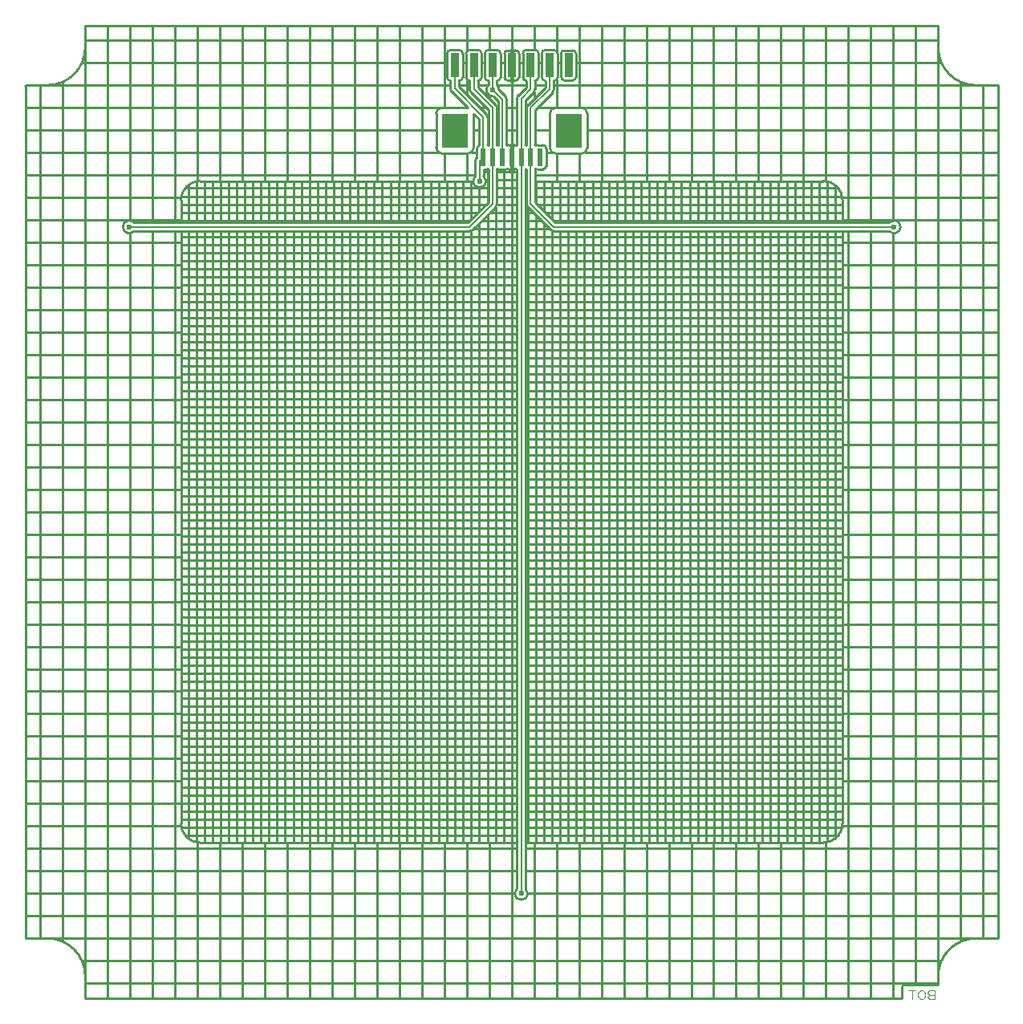
<source format=gbr>
G04 GENERATED BY PULSONIX 7.0 GERBER.DLL 4573*
%INHILLSTAR_80X80_EL_V1_0*%
%LNGERBER_BOTTOM*%
%FSLAX33Y33*%
%IPPOS*%
%LPD*%
%OFA0B0*%
%MOMM*%
%ADD15C,0.125*%
%ADD145C,0.400*%
%ADD146C,0.250*%
%ADD180C,0.600*%
%ADD345C,0.150*%
%ADD403R,0.600X1.900*%
%ADD410R,2.700X3.600*%
%ADD5672R,0.900X2.500*%
X0Y0D02*
D02*
D15*
X175001Y76899D02*
X174854Y76825D01*
X174780Y76678*
X174854Y76531*
X175001Y76458*
X175516*
Y77340*
X175001*
X174854Y77266*
X174780Y77119*
X174854Y76972*
X175001Y76899*
X175516*
X174503Y76752D02*
X174503Y77046D01*
X174430Y77193*
X174356Y77266*
X174209Y77340*
X174062*
X173915Y77266*
X173841Y77193*
X173768Y77046*
Y76752*
X173841Y76605*
X173915Y76531*
X174062Y76458*
X174209*
X174356Y76531*
X174430Y76605*
X174503Y76752*
X173123Y76458D02*
X173123Y77340D01*
X173491D02*
X172755Y77340D01*
D02*
D145*
X130878Y164527D02*
Y163927D01*
Y166027D02*
Y166627D01*
Y173912D02*
Y173312D01*
Y176012D02*
Y176612D01*
D02*
D146*
X79578Y172762D02*
Y82862D01*
X81878*
G75*
G02X85878Y78862J-4000*
G01*
Y76562*
X172078*
Y77762*
G75*
G02X172278Y77962I200*
G01*
X175878*
Y78862*
G75*
G02X179878Y82862I4000*
G01*
X182178*
Y172862*
X179878*
G75*
G02X175878Y176862J4000*
G01*
Y179162*
X85878*
Y176862*
G75*
G02X81878Y172862I-4000*
G01*
X79678*
G75*
G03X79578Y172762J-100*
G01*
X91031Y157477D02*
G75*
G02X89853Y157927I-503J450D01*
G01*
G75*
G02X91031Y158377I675*
G01*
X95978*
Y160762*
G75*
G02X97978Y162762I2000*
G01*
X126803*
G75*
G02X127028Y163265I675*
G01*
Y164877*
G75*
G02X127160Y165195I450*
G01*
X127203Y165238*
Y166227*
G75*
G02X127428Y166571I375*
G01*
Y169291*
X126853Y169866*
Y166277*
G75*
G02X126228Y165652I-625*
G01*
X123528*
G75*
G02X122903Y166277J625*
G01*
Y169877*
G75*
G02X123528Y170502I625*
G01*
X126217*
X124532Y172187*
G75*
G02X124400Y172505I318J318*
G01*
Y173338*
G75*
G02X124053Y173712I28J374*
G01*
Y176212*
G75*
G02X124428Y176587I375*
G01*
X125328*
G75*
G02X125703Y176212J-375*
G01*
Y173712*
G75*
G02X125328Y173337I-375*
G01*
X125300*
Y172691*
X128196Y169795*
G75*
G02X128328Y169477I-318J-318*
G01*
Y166571*
G75*
G02X128378Y166544I-153J-344*
G01*
G75*
G02X128428Y166571I203J-317*
G01*
Y170291*
X126560Y172159*
G75*
G02X126428Y172477I318J318*
G01*
Y173337*
G75*
G02X126053Y173712J375*
G01*
Y176212*
G75*
G02X126428Y176587I375*
G01*
X127328*
G75*
G02X127703Y176212J-375*
G01*
Y173712*
G75*
G02X127328Y173337I-375*
G01*
Y172663*
X129196Y170795*
G75*
G02X129328Y170477I-318J-318*
G01*
Y166571*
G75*
G02X129378Y166544I-153J-344*
G01*
G75*
G02X129428Y166571I203J-317*
G01*
Y171191*
X128916Y171703*
G75*
G02X128428Y172880I-38J674*
G01*
Y173337*
G75*
G02X128053Y173712J375*
G01*
Y176212*
G75*
G02X128428Y176587I375*
G01*
X129328*
G75*
G02X129703Y176212J-375*
G01*
Y173712*
G75*
G02X129328Y173337I-375*
G01*
Y172880*
G75*
G02X129552Y172339I-450J-503*
G01*
X130196Y171695*
G75*
G02X130328Y171377I-318J-318*
G01*
Y166571*
G75*
G02X130422Y166512I-151J-345*
G01*
G75*
G02X130578Y166552I156J-285*
G01*
X131178*
G75*
G02X131334Y166512J-325*
G01*
G75*
G02X131420Y166567I243J-286*
G01*
Y171477*
G75*
G02X131554Y171801I458*
G01*
X132420Y172667*
Y173337*
G75*
G02X132053Y173712I8J375*
G01*
Y176212*
G75*
G02X132428Y176587I375*
G01*
X133328*
G75*
G02X133703Y176212J-375*
G01*
Y173712*
G75*
G02X133336Y173337I-375*
G01*
Y172477*
G75*
G02X133202Y172153I-458*
G01*
X132336Y171287*
Y166567*
G75*
G02X132378Y166544I-159J-340*
G01*
G75*
G02X132420Y166567I201J-317*
G01*
Y170477*
G75*
G02X132554Y170801I458*
G01*
X134420Y172667*
Y173337*
G75*
G02X134053Y173712I8J375*
G01*
Y176212*
G75*
G02X134428Y176587I375*
G01*
X135328*
G75*
G02X135703Y176212J-375*
G01*
Y173712*
G75*
G02X135336Y173337I-375*
G01*
Y172477*
G75*
G02X135202Y172153I-458*
G01*
X133336Y170287*
Y166567*
G75*
G02X133422Y166512I-157J-341*
G01*
G75*
G02X133578Y166552I156J-285*
G01*
X134178*
G75*
G02X134503Y166227J-325*
G01*
Y164327*
G75*
G02X134178Y164002I-325*
G01*
X133578*
G75*
G02X133422Y164042J325*
G01*
G75*
G02X133336Y163987I-243J286*
G01*
Y162762*
X163778*
G75*
G02X165778Y160762J-2000*
G01*
Y158385*
X170732*
G75*
G02X171903Y157927I496J-458*
G01*
G75*
G02X170732Y157469I-675*
G01*
X165778*
Y94962*
G75*
G02X163778Y92962I-2000*
G01*
X132336*
Y88093*
G75*
G02X132553Y87597I-458J-496*
G01*
G75*
G02X131203I-675*
G01*
G75*
G02X131420Y88093I675*
G01*
Y92962*
X97978*
G75*
G02X95978Y94962J2000*
G01*
Y157477*
X91031*
X130103Y173712D02*
Y176212D01*
G75*
G02X130428Y176537I325*
G01*
X131328*
G75*
G02X131653Y176212J-325*
G01*
Y173712*
G75*
G02X131328Y173387I-325*
G01*
X130428*
G75*
G02X130103Y173712J325*
G01*
X134903Y166277D02*
Y169877D01*
G75*
G02X135528Y170502I625*
G01*
X138228*
G75*
G02X138853Y169877J-625*
G01*
Y166277*
G75*
G02X138228Y165652I-625*
G01*
X135528*
G75*
G02X134903Y166277J625*
G01*
X136103Y173712D02*
Y176212D01*
G75*
G02X136428Y176537I325*
G01*
X137328*
G75*
G02X137653Y176212J-325*
G01*
Y173712*
G75*
G02X137328Y173387I-325*
G01*
X136428*
G75*
G02X136103Y173712J325*
G01*
X85878Y78133D02*
X175878D01*
X85527Y80501D02*
X176230D01*
X79578Y82869D02*
X182178D01*
X79578Y85237D02*
X182178D01*
X79578Y87605D02*
X131203D01*
X132553D02*
X182178D01*
X79578Y89974D02*
X131420D01*
X132336D02*
X182178D01*
X79578Y92342D02*
X131420D01*
X132336D02*
X182178D01*
X79578Y94710D02*
X95994D01*
X165762D02*
X182178D01*
X79578Y97078D02*
X95978D01*
X165778D02*
X182178D01*
X79578Y99446D02*
X95978D01*
X165778D02*
X182178D01*
X79578Y101814D02*
X95978D01*
X165778D02*
X182178D01*
X79578Y104182D02*
X95978D01*
X165778D02*
X182178D01*
X79578Y106550D02*
X95978D01*
X165778D02*
X182178D01*
X79578Y108918D02*
X95978D01*
X165778D02*
X182178D01*
X79578Y111286D02*
X95978D01*
X165778D02*
X182178D01*
X79578Y113654D02*
X95978D01*
X165778D02*
X182178D01*
X79578Y116022D02*
X95978D01*
X165778D02*
X182178D01*
X79578Y118390D02*
X95978D01*
X165778D02*
X182178D01*
X79578Y120758D02*
X95978D01*
X165778D02*
X182178D01*
X79578Y123126D02*
X95978D01*
X165778D02*
X182178D01*
X79578Y125494D02*
X95978D01*
X165778D02*
X182178D01*
X79578Y127862D02*
X95978D01*
X165778D02*
X182178D01*
X79578Y130230D02*
X95978D01*
X165778D02*
X182178D01*
X79578Y132598D02*
X95978D01*
X165778D02*
X182178D01*
X79578Y134966D02*
X95978D01*
X165778D02*
X182178D01*
X79578Y137334D02*
X95978D01*
X165778D02*
X182178D01*
X79578Y139702D02*
X95978D01*
X165778D02*
X182178D01*
X79578Y142070D02*
X95978D01*
X165778D02*
X182178D01*
X79578Y144438D02*
X95978D01*
X165778D02*
X182178D01*
X79578Y146806D02*
X95978D01*
X165778D02*
X182178D01*
X79578Y149174D02*
X95978D01*
X165778D02*
X182178D01*
X79578Y151542D02*
X95978D01*
X165778D02*
X182178D01*
X79578Y153910D02*
X95978D01*
X165778D02*
X182178D01*
X79578Y156278D02*
X95978D01*
X165778D02*
X182178D01*
X79578Y158646D02*
X95978D01*
X165778D02*
X182178D01*
X79578Y161014D02*
X95994D01*
X165762D02*
X182178D01*
X79578Y163382D02*
X127028D01*
X133336D02*
X182178D01*
X79578Y165750D02*
X123191D01*
X126565D02*
X127203D01*
X134503D02*
X135191D01*
X138565D02*
X182178D01*
X79578Y168119D02*
X122903D01*
X126853D02*
X127428D01*
X128328D02*
X128428D01*
X129328D02*
X129428D01*
X130328D02*
X131420D01*
X132336D02*
X132420D01*
X133336D02*
X134903D01*
X138853D02*
X182178D01*
X79578Y170487D02*
X123390D01*
X127505D02*
X128232D01*
X129328D02*
X129428D01*
X130328D02*
X131420D01*
X132336D02*
X132420D01*
X133535D02*
X135390D01*
X138366D02*
X182178D01*
X79640Y172855D02*
X124400D01*
X125300D02*
X126428D01*
X127328D02*
X128401D01*
X129355D02*
X132420D01*
X133336D02*
X134420D01*
X135336D02*
X182178D01*
X85527Y175223D02*
X124053D01*
X125703D02*
X126053D01*
X127703D02*
X128053D01*
X129703D02*
X130103D01*
X131653D02*
X132053D01*
X133703D02*
X134053D01*
X135703D02*
X136103D01*
X137653D02*
X176230D01*
X85878Y177591D02*
X175878D01*
X81150Y82862D02*
Y172862D01*
X83518Y82511D02*
Y173213D01*
X85886Y76562D02*
Y179162D01*
X88254Y76562D02*
Y179162D01*
X90622Y76562D02*
Y157259D01*
Y158596D02*
Y179162D01*
X92990Y76562D02*
Y157477D01*
Y158377D02*
Y179162D01*
X95358Y76562D02*
Y157477D01*
Y158377D02*
Y179162D01*
X97726Y76562D02*
Y92978D01*
Y162746D02*
Y179162D01*
X100094Y76562D02*
Y92962D01*
Y162762D02*
Y179162D01*
X102462Y76562D02*
Y92962D01*
Y162762D02*
Y179162D01*
X104830Y76562D02*
Y92962D01*
Y162762D02*
Y179162D01*
X107198Y76562D02*
Y92962D01*
Y162762D02*
Y179162D01*
X109566Y76562D02*
Y92962D01*
Y162762D02*
Y179162D01*
X111934Y76562D02*
Y92962D01*
Y162762D02*
Y179162D01*
X114302Y76562D02*
Y92962D01*
Y162762D02*
Y179162D01*
X116670Y76562D02*
Y92962D01*
Y162762D02*
Y179162D01*
X119038Y76562D02*
Y92962D01*
Y162762D02*
Y179162D01*
X121406Y76562D02*
Y92962D01*
Y162762D02*
Y179162D01*
X123774Y76562D02*
Y92962D01*
Y162762D02*
Y165652D01*
Y170502D02*
Y179162D01*
X126142Y76562D02*
Y92962D01*
Y162762D02*
Y165652D01*
Y170502D02*
Y170577D01*
Y171849D02*
Y173470D01*
Y176454D02*
Y179162D01*
X128510Y76562D02*
Y92962D01*
Y171481D02*
Y171811D01*
Y176587D02*
Y179162D01*
X130878Y76562D02*
Y92962D01*
Y166552D02*
Y173387D01*
Y176537D02*
Y179162D01*
X133246Y76562D02*
Y92962D01*
Y171493D02*
Y172204D01*
Y176587D02*
Y179162D01*
X135614Y76562D02*
Y92962D01*
Y162762D02*
Y165652D01*
Y170502D02*
Y173470D01*
Y176454D02*
Y179162D01*
X137982Y76562D02*
Y92962D01*
Y162762D02*
Y165652D01*
Y170502D02*
Y179162D01*
X140350Y76562D02*
Y92962D01*
Y162762D02*
Y179162D01*
X142718Y76562D02*
Y92962D01*
Y162762D02*
Y179162D01*
X145086Y76562D02*
Y92962D01*
Y162762D02*
Y179162D01*
X147454Y76562D02*
Y92962D01*
Y162762D02*
Y179162D01*
X149822Y76562D02*
Y92962D01*
Y162762D02*
Y179162D01*
X152190Y76562D02*
Y92962D01*
Y162762D02*
Y179162D01*
X154558Y76562D02*
Y92962D01*
Y162762D02*
Y179162D01*
X156926Y76562D02*
Y92962D01*
Y162762D02*
Y179162D01*
X159294Y76562D02*
Y92962D01*
Y162762D02*
Y179162D01*
X161663Y76562D02*
Y92962D01*
Y162762D02*
Y179162D01*
X164031Y76562D02*
Y92978D01*
Y162746D02*
Y179162D01*
X166399Y76562D02*
Y157469D01*
Y158385D02*
Y179162D01*
X168767Y76562D02*
Y157469D01*
Y158385D02*
Y179162D01*
X171135Y76562D02*
Y157259D01*
Y158595D02*
Y179162D01*
X173503Y77962D02*
Y179162D01*
X175871Y77962D02*
Y179162D01*
X178239Y82511D02*
Y173213D01*
X180607Y82862D02*
Y172862D01*
X95978Y157477D02*
Y94962D01*
G75*
G03X97978Y92962I2000*
G01*
X131420*
Y163987*
G75*
G02X131334Y164042I157J341*
G01*
G75*
G02X131178Y164002I-156J285*
G01*
X130578*
G75*
G02X130422Y164042J325*
G01*
G75*
G02X130178Y163952I-244J285*
G01*
X129578*
G75*
G02X129378Y164010J375*
G01*
G75*
G02X129328Y163983I-203J317*
G01*
Y160362*
G75*
G02X129196Y160044I-450*
G01*
X126761Y157609*
G75*
G02X126443Y157477I-318J318*
G01*
X95978*
X96411Y93720D02*
X131420D01*
X96016Y94574D02*
X131420D01*
X95978Y95427D02*
X131420D01*
X95978Y96281D02*
X131420D01*
X95978Y97134D02*
X131420D01*
X95978Y97988D02*
X131420D01*
X95978Y98841D02*
X131420D01*
X95978Y99695D02*
X131420D01*
X95978Y100548D02*
X131420D01*
X95978Y101402D02*
X131420D01*
X95978Y102256D02*
X131420D01*
X95978Y103109D02*
X131420D01*
X95978Y103963D02*
X131420D01*
X95978Y104816D02*
X131420D01*
X95978Y105670D02*
X131420D01*
X95978Y106523D02*
X131420D01*
X95978Y107377D02*
X131420D01*
X95978Y108230D02*
X131420D01*
X95978Y109084D02*
X131420D01*
X95978Y109937D02*
X131420D01*
X95978Y110791D02*
X131420D01*
X95978Y111645D02*
X131420D01*
X95978Y112498D02*
X131420D01*
X95978Y113352D02*
X131420D01*
X95978Y114205D02*
X131420D01*
X95978Y115059D02*
X131420D01*
X95978Y115912D02*
X131420D01*
X95978Y116766D02*
X131420D01*
X95978Y117619D02*
X131420D01*
X95978Y118473D02*
X131420D01*
X95978Y119327D02*
X131420D01*
X95978Y120180D02*
X131420D01*
X95978Y121034D02*
X131420D01*
X95978Y121887D02*
X131420D01*
X95978Y122741D02*
X131420D01*
X95978Y123594D02*
X131420D01*
X95978Y124448D02*
X131420D01*
X95978Y125301D02*
X131420D01*
X95978Y126155D02*
X131420D01*
X95978Y127008D02*
X131420D01*
X95978Y127862D02*
X131420D01*
X95978Y128716D02*
X131420D01*
X95978Y129569D02*
X131420D01*
X95978Y130423D02*
X131420D01*
X95978Y131276D02*
X131420D01*
X95978Y132130D02*
X131420D01*
X95978Y132983D02*
X131420D01*
X95978Y133837D02*
X131420D01*
X95978Y134690D02*
X131420D01*
X95978Y135544D02*
X131420D01*
X95978Y136398D02*
X131420D01*
X95978Y137251D02*
X131420D01*
X95978Y138105D02*
X131420D01*
X95978Y138958D02*
X131420D01*
X95978Y139812D02*
X131420D01*
X95978Y140665D02*
X131420D01*
X95978Y141519D02*
X131420D01*
X95978Y142372D02*
X131420D01*
X95978Y143226D02*
X131420D01*
X95978Y144079D02*
X131420D01*
X95978Y144933D02*
X131420D01*
X95978Y145787D02*
X131420D01*
X95978Y146640D02*
X131420D01*
X95978Y147494D02*
X131420D01*
X95978Y148347D02*
X131420D01*
X95978Y149201D02*
X131420D01*
X95978Y150054D02*
X131420D01*
X95978Y150908D02*
X131420D01*
X95978Y151761D02*
X131420D01*
X95978Y152615D02*
X131420D01*
X95978Y153469D02*
X131420D01*
X95978Y154322D02*
X131420D01*
X95978Y155176D02*
X131420D01*
X95978Y156029D02*
X131420D01*
X95978Y156883D02*
X131420D01*
X126889Y157736D02*
X131420D01*
X127742Y158590D02*
X131420D01*
X128596Y159443D02*
X131420D01*
X129323Y160297D02*
X131420D01*
X129328Y161150D02*
X131420D01*
X129328Y162004D02*
X131420D01*
X129328Y162858D02*
X131420D01*
X129328Y163711D02*
X131420D01*
X96736Y93394D02*
Y157477D01*
X97590Y93000D02*
Y157477D01*
X98443Y92962D02*
Y157477D01*
X99297Y92962D02*
Y157477D01*
X100150Y92962D02*
Y157477D01*
X101004Y92962D02*
Y157477D01*
X101857Y92962D02*
Y157477D01*
X102711Y92962D02*
Y157477D01*
X103565Y92962D02*
Y157477D01*
X104418Y92962D02*
Y157477D01*
X105272Y92962D02*
Y157477D01*
X106125Y92962D02*
Y157477D01*
X106979Y92962D02*
Y157477D01*
X107832Y92962D02*
Y157477D01*
X108686Y92962D02*
Y157477D01*
X109539Y92962D02*
Y157477D01*
X110393Y92962D02*
Y157477D01*
X111246Y92962D02*
Y157477D01*
X112100Y92962D02*
Y157477D01*
X112954Y92962D02*
Y157477D01*
X113807Y92962D02*
Y157477D01*
X114661Y92962D02*
Y157477D01*
X115514Y92962D02*
Y157477D01*
X116368Y92962D02*
Y157477D01*
X117221Y92962D02*
Y157477D01*
X118075Y92962D02*
Y157477D01*
X118928Y92962D02*
Y157477D01*
X119782Y92962D02*
Y157477D01*
X120636Y92962D02*
Y157477D01*
X121489Y92962D02*
Y157477D01*
X122343Y92962D02*
Y157477D01*
X123196Y92962D02*
Y157477D01*
X124050Y92962D02*
Y157477D01*
X124903Y92962D02*
Y157477D01*
X125757Y92962D02*
Y157477D01*
X126610Y92962D02*
Y157509D01*
X127464Y92962D02*
Y158311D01*
X128317Y92962D02*
Y159165D01*
X129171Y92962D02*
Y160019D01*
X130025Y92962D02*
Y163952D01*
X130878Y92962D02*
Y164002D01*
X95978Y158377D02*
X126257D01*
X128428Y160548*
Y163983*
G75*
G02X128378Y164010I153J344*
G01*
G75*
G02X128178Y163952I-200J317*
G01*
X127928*
Y163265*
G75*
G02X128153Y162762I-450J-503*
G01*
G75*
G02X126803I-675*
G01*
X97978*
G75*
G03X95978Y160762J-2000*
G01*
Y158377*
Y158590D02*
X126470D01*
X95978Y159443D02*
X127323D01*
X95978Y160297D02*
X128177D01*
X96016Y161150D02*
X128428D01*
X96411Y162004D02*
X128428D01*
X128146Y162858D02*
X128428D01*
X127928Y163711D02*
X128428D01*
X96736Y158377D02*
Y162330D01*
X97590Y158377D02*
Y162724D01*
X98443Y158377D02*
Y162762D01*
X99297Y158377D02*
Y162762D01*
X100150Y158377D02*
Y162762D01*
X101004Y158377D02*
Y162762D01*
X101857Y158377D02*
Y162762D01*
X102711Y158377D02*
Y162762D01*
X103565Y158377D02*
Y162762D01*
X104418Y158377D02*
Y162762D01*
X105272Y158377D02*
Y162762D01*
X106125Y158377D02*
Y162762D01*
X106979Y158377D02*
Y162762D01*
X107832Y158377D02*
Y162762D01*
X108686Y158377D02*
Y162762D01*
X109539Y158377D02*
Y162762D01*
X110393Y158377D02*
Y162762D01*
X111246Y158377D02*
Y162762D01*
X112100Y158377D02*
Y162762D01*
X112954Y158377D02*
Y162762D01*
X113807Y158377D02*
Y162762D01*
X114661Y158377D02*
Y162762D01*
X115514Y158377D02*
Y162762D01*
X116368Y158377D02*
Y162762D01*
X117221Y158377D02*
Y162762D01*
X118075Y158377D02*
Y162762D01*
X118928Y158377D02*
Y162762D01*
X119782Y158377D02*
Y162762D01*
X120636Y158377D02*
Y162762D01*
X121489Y158377D02*
Y162762D01*
X122343Y158377D02*
Y162762D01*
X123196Y158377D02*
Y162762D01*
X124050Y158377D02*
Y162762D01*
X124903Y158377D02*
Y162762D01*
X125757Y158377D02*
Y162762D01*
X126610Y158731D02*
Y162762D01*
X127464Y159584D02*
Y162087D01*
X128317Y160438D02*
Y163979D01*
X132336Y92962D02*
X163778D01*
G75*
G03X165778Y94962J2000*
G01*
Y157469*
X135313*
G75*
G02X134989Y157603J458*
G01*
X132554Y160038*
G75*
G02X132420Y160362I324J324*
G01*
Y163987*
G75*
G02X132378Y164010I159J340*
G01*
G75*
G02X132336Y163987I-201J317*
G01*
Y92962*
Y93720D02*
X165346D01*
X132336Y94574D02*
X165740D01*
X132336Y95427D02*
X165778D01*
X132336Y96281D02*
X165778D01*
X132336Y97134D02*
X165778D01*
X132336Y97988D02*
X165778D01*
X132336Y98841D02*
X165778D01*
X132336Y99695D02*
X165778D01*
X132336Y100548D02*
X165778D01*
X132336Y101402D02*
X165778D01*
X132336Y102256D02*
X165778D01*
X132336Y103109D02*
X165778D01*
X132336Y103963D02*
X165778D01*
X132336Y104816D02*
X165778D01*
X132336Y105670D02*
X165778D01*
X132336Y106523D02*
X165778D01*
X132336Y107377D02*
X165778D01*
X132336Y108230D02*
X165778D01*
X132336Y109084D02*
X165778D01*
X132336Y109937D02*
X165778D01*
X132336Y110791D02*
X165778D01*
X132336Y111645D02*
X165778D01*
X132336Y112498D02*
X165778D01*
X132336Y113352D02*
X165778D01*
X132336Y114205D02*
X165778D01*
X132336Y115059D02*
X165778D01*
X132336Y115912D02*
X165778D01*
X132336Y116766D02*
X165778D01*
X132336Y117619D02*
X165778D01*
X132336Y118473D02*
X165778D01*
X132336Y119327D02*
X165778D01*
X132336Y120180D02*
X165778D01*
X132336Y121034D02*
X165778D01*
X132336Y121887D02*
X165778D01*
X132336Y122741D02*
X165778D01*
X132336Y123594D02*
X165778D01*
X132336Y124448D02*
X165778D01*
X132336Y125301D02*
X165778D01*
X132336Y126155D02*
X165778D01*
X132336Y127008D02*
X165778D01*
X132336Y127862D02*
X165778D01*
X132336Y128716D02*
X165778D01*
X132336Y129569D02*
X165778D01*
X132336Y130423D02*
X165778D01*
X132336Y131276D02*
X165778D01*
X132336Y132130D02*
X165778D01*
X132336Y132983D02*
X165778D01*
X132336Y133837D02*
X165778D01*
X132336Y134690D02*
X165778D01*
X132336Y135544D02*
X165778D01*
X132336Y136398D02*
X165778D01*
X132336Y137251D02*
X165778D01*
X132336Y138105D02*
X165778D01*
X132336Y138958D02*
X165778D01*
X132336Y139812D02*
X165778D01*
X132336Y140665D02*
X165778D01*
X132336Y141519D02*
X165778D01*
X132336Y142372D02*
X165778D01*
X132336Y143226D02*
X165778D01*
X132336Y144079D02*
X165778D01*
X132336Y144933D02*
X165778D01*
X132336Y145787D02*
X165778D01*
X132336Y146640D02*
X165778D01*
X132336Y147494D02*
X165778D01*
X132336Y148347D02*
X165778D01*
X132336Y149201D02*
X165778D01*
X132336Y150054D02*
X165778D01*
X132336Y150908D02*
X165778D01*
X132336Y151761D02*
X165778D01*
X132336Y152615D02*
X165778D01*
X132336Y153469D02*
X165778D01*
X132336Y154322D02*
X165778D01*
X132336Y155176D02*
X165778D01*
X132336Y156029D02*
X165778D01*
X132336Y156883D02*
X165778D01*
X132336Y157736D02*
X134856D01*
X132336Y158590D02*
X134003D01*
X132336Y159443D02*
X133149D01*
X132336Y160297D02*
X132425D01*
X132336Y161150D02*
X132420D01*
X132336Y162004D02*
X132420D01*
X132336Y162858D02*
X132420D01*
X132336Y163711D02*
X132420D01*
X132585Y92962D02*
Y160007D01*
X133439Y92962D02*
Y159154D01*
X134292Y92962D02*
Y158300D01*
X135146Y92962D02*
Y157501D01*
X135999Y92962D02*
Y157469D01*
X136853Y92962D02*
Y157469D01*
X137707Y92962D02*
Y157469D01*
X138560Y92962D02*
Y157469D01*
X139414Y92962D02*
Y157469D01*
X140267Y92962D02*
Y157469D01*
X141121Y92962D02*
Y157469D01*
X141974Y92962D02*
Y157469D01*
X142828Y92962D02*
Y157469D01*
X143681Y92962D02*
Y157469D01*
X144535Y92962D02*
Y157469D01*
X145388Y92962D02*
Y157469D01*
X146242Y92962D02*
Y157469D01*
X147096Y92962D02*
Y157469D01*
X147949Y92962D02*
Y157469D01*
X148803Y92962D02*
Y157469D01*
X149656Y92962D02*
Y157469D01*
X150510Y92962D02*
Y157469D01*
X151363Y92962D02*
Y157469D01*
X152217Y92962D02*
Y157469D01*
X153070Y92962D02*
Y157469D01*
X153924Y92962D02*
Y157469D01*
X154778Y92962D02*
Y157469D01*
X155631Y92962D02*
Y157469D01*
X156485Y92962D02*
Y157469D01*
X157338Y92962D02*
Y157469D01*
X158192Y92962D02*
Y157469D01*
X159045Y92962D02*
Y157469D01*
X159899Y92962D02*
Y157469D01*
X160752Y92962D02*
Y157469D01*
X161606Y92962D02*
Y157469D01*
X162459Y92962D02*
Y157469D01*
X163313Y92962D02*
Y157469D01*
X164167Y93000D02*
Y157469D01*
X165020Y93394D02*
Y157469D01*
X133336Y162762D02*
Y160552D01*
X135503Y158385*
X165778*
Y160762*
G75*
G03X163778Y162762I-2000*
G01*
X133336*
X135298Y158590D02*
X165778D01*
X134444Y159443D02*
X165778D01*
X133591Y160297D02*
X165778D01*
X133336Y161150D02*
X165740D01*
X133336Y162004D02*
X165346D01*
X133439Y160449D02*
Y162762D01*
X134292Y159596D02*
Y162762D01*
X135146Y158742D02*
Y162762D01*
X135999Y158385D02*
Y162762D01*
X136853Y158385D02*
Y162762D01*
X137707Y158385D02*
Y162762D01*
X138560Y158385D02*
Y162762D01*
X139414Y158385D02*
Y162762D01*
X140267Y158385D02*
Y162762D01*
X141121Y158385D02*
Y162762D01*
X141974Y158385D02*
Y162762D01*
X142828Y158385D02*
Y162762D01*
X143681Y158385D02*
Y162762D01*
X144535Y158385D02*
Y162762D01*
X145388Y158385D02*
Y162762D01*
X146242Y158385D02*
Y162762D01*
X147096Y158385D02*
Y162762D01*
X147949Y158385D02*
Y162762D01*
X148803Y158385D02*
Y162762D01*
X149656Y158385D02*
Y162762D01*
X150510Y158385D02*
Y162762D01*
X151363Y158385D02*
Y162762D01*
X152217Y158385D02*
Y162762D01*
X153070Y158385D02*
Y162762D01*
X153924Y158385D02*
Y162762D01*
X154778Y158385D02*
Y162762D01*
X155631Y158385D02*
Y162762D01*
X156485Y158385D02*
Y162762D01*
X157338Y158385D02*
Y162762D01*
X158192Y158385D02*
Y162762D01*
X159045Y158385D02*
Y162762D01*
X159899Y158385D02*
Y162762D01*
X160752Y158385D02*
Y162762D01*
X161606Y158385D02*
Y162762D01*
X162459Y158385D02*
Y162762D01*
X163313Y158385D02*
Y162762D01*
X164167Y158385D02*
Y162724D01*
X165020Y158385D02*
Y162330D01*
D02*
D180*
X90528Y157927D03*
X124878Y174262D03*
Y175662D03*
X126878Y174262D03*
Y175662D03*
X127478Y162762D03*
X128878Y172377D03*
Y174262D03*
Y175662D03*
X130878Y174262D03*
Y175662D03*
X131878Y87597D03*
X132878Y174262D03*
Y175662D03*
X134878Y174262D03*
Y175662D03*
X136878Y174262D03*
Y175662D03*
X171228Y157927D03*
D02*
D345*
X90528D02*
X126443D01*
X128878Y160362*
Y170477*
X126878Y172477*
Y174262*
X124878D02*
X124850D01*
Y172505*
X127878Y169477*
Y165277*
X127478Y164877*
Y162762*
X128878Y172377D02*
Y174262D01*
Y172377D02*
X129878Y171377D01*
Y165277*
X131878D02*
Y87597D01*
Y165277D02*
Y171477D01*
X132878Y172477*
Y174262*
Y165277D02*
Y160362D01*
X135313Y157927*
X171228*
X132878Y165277D02*
Y170477D01*
X134878Y172477*
Y174262*
D02*
D403*
X127878Y165277D03*
X128878D03*
X129878D03*
X130878D03*
X131878D03*
X132878D03*
X133878D03*
D02*
D410*
X124878Y168077D03*
X136878D03*
D02*
D5672*
X124878Y174962D03*
X126878D03*
X128878D03*
X130878D03*
X132878D03*
X134878D03*
X136878D03*
X0Y0D02*
M02*

</source>
